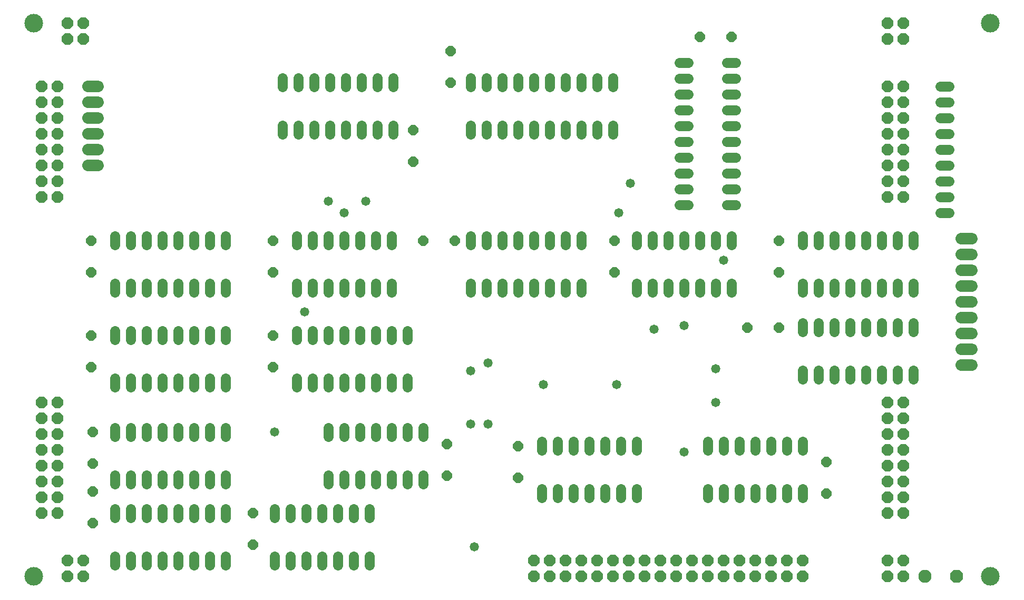
<source format=gbs>
G75*
%MOIN*%
%OFA0B0*%
%FSLAX24Y24*%
%IPPOS*%
%LPD*%
%AMOC8*
5,1,8,0,0,1.08239X$1,22.5*
%
%ADD10C,0.1180*%
%ADD11C,0.0640*%
%ADD12OC8,0.0640*%
%ADD13OC8,0.0720*%
%ADD14C,0.0720*%
%ADD15C,0.0830*%
%ADD16OC8,0.0830*%
%ADD17C,0.0580*%
D10*
X005265Y006140D03*
X005265Y041140D03*
X065765Y041140D03*
X065765Y006140D03*
D11*
X053890Y011110D02*
X053890Y011670D01*
X052890Y011670D02*
X052890Y011110D01*
X051890Y011110D02*
X051890Y011670D01*
X050890Y011670D02*
X050890Y011110D01*
X049890Y011110D02*
X049890Y011670D01*
X048890Y011670D02*
X048890Y011110D01*
X047890Y011110D02*
X047890Y011670D01*
X047890Y014110D02*
X047890Y014670D01*
X048890Y014670D02*
X048890Y014110D01*
X049890Y014110D02*
X049890Y014670D01*
X050890Y014670D02*
X050890Y014110D01*
X051890Y014110D02*
X051890Y014670D01*
X052890Y014670D02*
X052890Y014110D01*
X053890Y014110D02*
X053890Y014670D01*
X053890Y018610D02*
X053890Y019170D01*
X054890Y019170D02*
X054890Y018610D01*
X055890Y018610D02*
X055890Y019170D01*
X056890Y019170D02*
X056890Y018610D01*
X057890Y018610D02*
X057890Y019170D01*
X058890Y019170D02*
X058890Y018610D01*
X059890Y018610D02*
X059890Y019170D01*
X060890Y019170D02*
X060890Y018610D01*
X060890Y021610D02*
X060890Y022170D01*
X059890Y022170D02*
X059890Y021610D01*
X058890Y021610D02*
X058890Y022170D01*
X057890Y022170D02*
X057890Y021610D01*
X056890Y021610D02*
X056890Y022170D01*
X055890Y022170D02*
X055890Y021610D01*
X054890Y021610D02*
X054890Y022170D01*
X053890Y022170D02*
X053890Y021610D01*
X053890Y024110D02*
X053890Y024670D01*
X054890Y024670D02*
X054890Y024110D01*
X055890Y024110D02*
X055890Y024670D01*
X056890Y024670D02*
X056890Y024110D01*
X057890Y024110D02*
X057890Y024670D01*
X058890Y024670D02*
X058890Y024110D01*
X059890Y024110D02*
X059890Y024670D01*
X060890Y024670D02*
X060890Y024110D01*
X060890Y027110D02*
X060890Y027670D01*
X059890Y027670D02*
X059890Y027110D01*
X058890Y027110D02*
X058890Y027670D01*
X057890Y027670D02*
X057890Y027110D01*
X056890Y027110D02*
X056890Y027670D01*
X055890Y027670D02*
X055890Y027110D01*
X054890Y027110D02*
X054890Y027670D01*
X053890Y027670D02*
X053890Y027110D01*
X049670Y029640D02*
X049110Y029640D01*
X049110Y030640D02*
X049670Y030640D01*
X049670Y031640D02*
X049110Y031640D01*
X049110Y032640D02*
X049670Y032640D01*
X049670Y033640D02*
X049110Y033640D01*
X049110Y034640D02*
X049670Y034640D01*
X049670Y035640D02*
X049110Y035640D01*
X049110Y036640D02*
X049670Y036640D01*
X049670Y037640D02*
X049110Y037640D01*
X049110Y038640D02*
X049670Y038640D01*
X046670Y038640D02*
X046110Y038640D01*
X046110Y037640D02*
X046670Y037640D01*
X046670Y036640D02*
X046110Y036640D01*
X046110Y035640D02*
X046670Y035640D01*
X046670Y034640D02*
X046110Y034640D01*
X046110Y033640D02*
X046670Y033640D01*
X046670Y032640D02*
X046110Y032640D01*
X046110Y031640D02*
X046670Y031640D01*
X046670Y030640D02*
X046110Y030640D01*
X046110Y029640D02*
X046670Y029640D01*
X046390Y027670D02*
X046390Y027110D01*
X045390Y027110D02*
X045390Y027670D01*
X044390Y027670D02*
X044390Y027110D01*
X043390Y027110D02*
X043390Y027670D01*
X039890Y027670D02*
X039890Y027110D01*
X038890Y027110D02*
X038890Y027670D01*
X037890Y027670D02*
X037890Y027110D01*
X036890Y027110D02*
X036890Y027670D01*
X035890Y027670D02*
X035890Y027110D01*
X034890Y027110D02*
X034890Y027670D01*
X033890Y027670D02*
X033890Y027110D01*
X032890Y027110D02*
X032890Y027670D01*
X032890Y024670D02*
X032890Y024110D01*
X033890Y024110D02*
X033890Y024670D01*
X034890Y024670D02*
X034890Y024110D01*
X035890Y024110D02*
X035890Y024670D01*
X036890Y024670D02*
X036890Y024110D01*
X037890Y024110D02*
X037890Y024670D01*
X038890Y024670D02*
X038890Y024110D01*
X039890Y024110D02*
X039890Y024670D01*
X043390Y024670D02*
X043390Y024110D01*
X044390Y024110D02*
X044390Y024670D01*
X045390Y024670D02*
X045390Y024110D01*
X046390Y024110D02*
X046390Y024670D01*
X047390Y024670D02*
X047390Y024110D01*
X048390Y024110D02*
X048390Y024670D01*
X049390Y024670D02*
X049390Y024110D01*
X049390Y027110D02*
X049390Y027670D01*
X048390Y027670D02*
X048390Y027110D01*
X047390Y027110D02*
X047390Y027670D01*
X041890Y034110D02*
X041890Y034670D01*
X040890Y034670D02*
X040890Y034110D01*
X039890Y034110D02*
X039890Y034670D01*
X038890Y034670D02*
X038890Y034110D01*
X037890Y034110D02*
X037890Y034670D01*
X036890Y034670D02*
X036890Y034110D01*
X035890Y034110D02*
X035890Y034670D01*
X034890Y034670D02*
X034890Y034110D01*
X033890Y034110D02*
X033890Y034670D01*
X032890Y034670D02*
X032890Y034110D01*
X032890Y037110D02*
X032890Y037670D01*
X033890Y037670D02*
X033890Y037110D01*
X034890Y037110D02*
X034890Y037670D01*
X035890Y037670D02*
X035890Y037110D01*
X036890Y037110D02*
X036890Y037670D01*
X037890Y037670D02*
X037890Y037110D01*
X038890Y037110D02*
X038890Y037670D01*
X039890Y037670D02*
X039890Y037110D01*
X040890Y037110D02*
X040890Y037670D01*
X041890Y037670D02*
X041890Y037110D01*
X028015Y037110D02*
X028015Y037670D01*
X027015Y037670D02*
X027015Y037110D01*
X026015Y037110D02*
X026015Y037670D01*
X025015Y037670D02*
X025015Y037110D01*
X024015Y037110D02*
X024015Y037670D01*
X023015Y037670D02*
X023015Y037110D01*
X022015Y037110D02*
X022015Y037670D01*
X021015Y037670D02*
X021015Y037110D01*
X021015Y034670D02*
X021015Y034110D01*
X022015Y034110D02*
X022015Y034670D01*
X023015Y034670D02*
X023015Y034110D01*
X024015Y034110D02*
X024015Y034670D01*
X025015Y034670D02*
X025015Y034110D01*
X026015Y034110D02*
X026015Y034670D01*
X027015Y034670D02*
X027015Y034110D01*
X028015Y034110D02*
X028015Y034670D01*
X027890Y027670D02*
X027890Y027110D01*
X026890Y027110D02*
X026890Y027670D01*
X025890Y027670D02*
X025890Y027110D01*
X024890Y027110D02*
X024890Y027670D01*
X023890Y027670D02*
X023890Y027110D01*
X022890Y027110D02*
X022890Y027670D01*
X021890Y027670D02*
X021890Y027110D01*
X021890Y024670D02*
X021890Y024110D01*
X022890Y024110D02*
X022890Y024670D01*
X023890Y024670D02*
X023890Y024110D01*
X024890Y024110D02*
X024890Y024670D01*
X025890Y024670D02*
X025890Y024110D01*
X026890Y024110D02*
X026890Y024670D01*
X027890Y024670D02*
X027890Y024110D01*
X027890Y021670D02*
X027890Y021110D01*
X028890Y021110D02*
X028890Y021670D01*
X026890Y021670D02*
X026890Y021110D01*
X025890Y021110D02*
X025890Y021670D01*
X024890Y021670D02*
X024890Y021110D01*
X023890Y021110D02*
X023890Y021670D01*
X022890Y021670D02*
X022890Y021110D01*
X021890Y021110D02*
X021890Y021670D01*
X021890Y018670D02*
X021890Y018110D01*
X022890Y018110D02*
X022890Y018670D01*
X023890Y018670D02*
X023890Y018110D01*
X024890Y018110D02*
X024890Y018670D01*
X025890Y018670D02*
X025890Y018110D01*
X026890Y018110D02*
X026890Y018670D01*
X027890Y018670D02*
X027890Y018110D01*
X028890Y018110D02*
X028890Y018670D01*
X028890Y015545D02*
X028890Y014985D01*
X027890Y014985D02*
X027890Y015545D01*
X026890Y015545D02*
X026890Y014985D01*
X025890Y014985D02*
X025890Y015545D01*
X024890Y015545D02*
X024890Y014985D01*
X023890Y014985D02*
X023890Y015545D01*
X023890Y012545D02*
X023890Y011985D01*
X024890Y011985D02*
X024890Y012545D01*
X025890Y012545D02*
X025890Y011985D01*
X026890Y011985D02*
X026890Y012545D01*
X027890Y012545D02*
X027890Y011985D01*
X028890Y011985D02*
X028890Y012545D01*
X029890Y012545D02*
X029890Y011985D01*
X026515Y010420D02*
X026515Y009860D01*
X025515Y009860D02*
X025515Y010420D01*
X024515Y010420D02*
X024515Y009860D01*
X023515Y009860D02*
X023515Y010420D01*
X022515Y010420D02*
X022515Y009860D01*
X021515Y009860D02*
X021515Y010420D01*
X020515Y010420D02*
X020515Y009860D01*
X017390Y009860D02*
X017390Y010420D01*
X016390Y010420D02*
X016390Y009860D01*
X015390Y009860D02*
X015390Y010420D01*
X014390Y010420D02*
X014390Y009860D01*
X013390Y009860D02*
X013390Y010420D01*
X012390Y010420D02*
X012390Y009860D01*
X011390Y009860D02*
X011390Y010420D01*
X010390Y010420D02*
X010390Y009860D01*
X010390Y011985D02*
X010390Y012545D01*
X011390Y012545D02*
X011390Y011985D01*
X012390Y011985D02*
X012390Y012545D01*
X013390Y012545D02*
X013390Y011985D01*
X014390Y011985D02*
X014390Y012545D01*
X015390Y012545D02*
X015390Y011985D01*
X016390Y011985D02*
X016390Y012545D01*
X017390Y012545D02*
X017390Y011985D01*
X017390Y014985D02*
X017390Y015545D01*
X016390Y015545D02*
X016390Y014985D01*
X015390Y014985D02*
X015390Y015545D01*
X014390Y015545D02*
X014390Y014985D01*
X013390Y014985D02*
X013390Y015545D01*
X012390Y015545D02*
X012390Y014985D01*
X011390Y014985D02*
X011390Y015545D01*
X010390Y015545D02*
X010390Y014985D01*
X010390Y018110D02*
X010390Y018670D01*
X011390Y018670D02*
X011390Y018110D01*
X012390Y018110D02*
X012390Y018670D01*
X013390Y018670D02*
X013390Y018110D01*
X014390Y018110D02*
X014390Y018670D01*
X015390Y018670D02*
X015390Y018110D01*
X016390Y018110D02*
X016390Y018670D01*
X017390Y018670D02*
X017390Y018110D01*
X017390Y021110D02*
X017390Y021670D01*
X016390Y021670D02*
X016390Y021110D01*
X015390Y021110D02*
X015390Y021670D01*
X014390Y021670D02*
X014390Y021110D01*
X013390Y021110D02*
X013390Y021670D01*
X012390Y021670D02*
X012390Y021110D01*
X011390Y021110D02*
X011390Y021670D01*
X010390Y021670D02*
X010390Y021110D01*
X010390Y024110D02*
X010390Y024670D01*
X011390Y024670D02*
X011390Y024110D01*
X012390Y024110D02*
X012390Y024670D01*
X013390Y024670D02*
X013390Y024110D01*
X014390Y024110D02*
X014390Y024670D01*
X015390Y024670D02*
X015390Y024110D01*
X016390Y024110D02*
X016390Y024670D01*
X017390Y024670D02*
X017390Y024110D01*
X017390Y027110D02*
X017390Y027670D01*
X016390Y027670D02*
X016390Y027110D01*
X015390Y027110D02*
X015390Y027670D01*
X014390Y027670D02*
X014390Y027110D01*
X013390Y027110D02*
X013390Y027670D01*
X012390Y027670D02*
X012390Y027110D01*
X011390Y027110D02*
X011390Y027670D01*
X010390Y027670D02*
X010390Y027110D01*
X029890Y015545D02*
X029890Y014985D01*
X037390Y014670D02*
X037390Y014110D01*
X038390Y014110D02*
X038390Y014670D01*
X039390Y014670D02*
X039390Y014110D01*
X040390Y014110D02*
X040390Y014670D01*
X041390Y014670D02*
X041390Y014110D01*
X042390Y014110D02*
X042390Y014670D01*
X043390Y014670D02*
X043390Y014110D01*
X043390Y011670D02*
X043390Y011110D01*
X042390Y011110D02*
X042390Y011670D01*
X041390Y011670D02*
X041390Y011110D01*
X040390Y011110D02*
X040390Y011670D01*
X039390Y011670D02*
X039390Y011110D01*
X038390Y011110D02*
X038390Y011670D01*
X037390Y011670D02*
X037390Y011110D01*
X026515Y007420D02*
X026515Y006860D01*
X025515Y006860D02*
X025515Y007420D01*
X024515Y007420D02*
X024515Y006860D01*
X023515Y006860D02*
X023515Y007420D01*
X022515Y007420D02*
X022515Y006860D01*
X021515Y006860D02*
X021515Y007420D01*
X020515Y007420D02*
X020515Y006860D01*
X017390Y006860D02*
X017390Y007420D01*
X016390Y007420D02*
X016390Y006860D01*
X015390Y006860D02*
X015390Y007420D01*
X014390Y007420D02*
X014390Y006860D01*
X013390Y006860D02*
X013390Y007420D01*
X012390Y007420D02*
X012390Y006860D01*
X011390Y006860D02*
X011390Y007420D01*
X010390Y007420D02*
X010390Y006860D01*
X062610Y029140D02*
X063170Y029140D01*
X063170Y030140D02*
X062610Y030140D01*
X062610Y031140D02*
X063170Y031140D01*
X063170Y032140D02*
X062610Y032140D01*
X062610Y033140D02*
X063170Y033140D01*
X063170Y034140D02*
X062610Y034140D01*
X062610Y035140D02*
X063170Y035140D01*
X063170Y036140D02*
X062610Y036140D01*
X062610Y037140D02*
X063170Y037140D01*
D12*
X049390Y040265D03*
X047390Y040265D03*
X031640Y039390D03*
X031640Y037390D03*
X029265Y034390D03*
X029265Y032390D03*
X029890Y027390D03*
X031890Y027390D03*
X042015Y027390D03*
X042015Y025390D03*
X050390Y021890D03*
X052390Y021890D03*
X052390Y025390D03*
X052390Y027390D03*
X035890Y014390D03*
X035890Y012390D03*
X031390Y012515D03*
X031390Y014515D03*
X020390Y019390D03*
X020390Y021390D03*
X020390Y025390D03*
X020390Y027390D03*
X008890Y027390D03*
X008890Y025390D03*
X008890Y021390D03*
X008890Y019390D03*
X009015Y015265D03*
X009015Y013265D03*
X009015Y011515D03*
X009015Y009515D03*
X019140Y010140D03*
X019140Y008140D03*
X055390Y011390D03*
X055390Y013390D03*
D13*
X059265Y013140D03*
X060265Y013140D03*
X060265Y012140D03*
X059265Y012140D03*
X059265Y011140D03*
X060265Y011140D03*
X060265Y010140D03*
X059265Y010140D03*
X059265Y007140D03*
X060265Y007140D03*
X060265Y006140D03*
X059265Y006140D03*
X053890Y006140D03*
X053890Y007140D03*
X052890Y007140D03*
X051890Y007140D03*
X051890Y006140D03*
X052890Y006140D03*
X050890Y006140D03*
X049890Y006140D03*
X049890Y007140D03*
X050890Y007140D03*
X048890Y007140D03*
X047890Y007140D03*
X046890Y007140D03*
X046890Y006140D03*
X047890Y006140D03*
X048890Y006140D03*
X045890Y006140D03*
X044890Y006140D03*
X044890Y007140D03*
X045890Y007140D03*
X043890Y007140D03*
X042890Y007140D03*
X041890Y007140D03*
X041890Y006140D03*
X042890Y006140D03*
X043890Y006140D03*
X040890Y006140D03*
X039890Y006140D03*
X039890Y007140D03*
X040890Y007140D03*
X038890Y007140D03*
X037890Y007140D03*
X036890Y007140D03*
X036890Y006140D03*
X037890Y006140D03*
X038890Y006140D03*
X059265Y014140D03*
X060265Y014140D03*
X060265Y015140D03*
X059265Y015140D03*
X059265Y016140D03*
X060265Y016140D03*
X060265Y017140D03*
X059265Y017140D03*
X059265Y030140D03*
X060265Y030140D03*
X060265Y031140D03*
X059265Y031140D03*
X059265Y032140D03*
X060265Y032140D03*
X060265Y033140D03*
X059265Y033140D03*
X059265Y034140D03*
X060265Y034140D03*
X060265Y035140D03*
X059265Y035140D03*
X059265Y036140D03*
X060265Y036140D03*
X060265Y037140D03*
X059265Y037140D03*
X059265Y040140D03*
X060265Y040140D03*
X060265Y041140D03*
X059265Y041140D03*
X008390Y041140D03*
X007390Y041140D03*
X007390Y040140D03*
X008390Y040140D03*
X006765Y037140D03*
X005765Y037140D03*
X005765Y036140D03*
X006765Y036140D03*
X006765Y035140D03*
X005765Y035140D03*
X005765Y034140D03*
X006765Y034140D03*
X006765Y033140D03*
X005765Y033140D03*
X005765Y032140D03*
X006765Y032140D03*
X006765Y031140D03*
X005765Y031140D03*
X005765Y030140D03*
X006765Y030140D03*
X006765Y017140D03*
X005765Y017140D03*
X005765Y016140D03*
X006765Y016140D03*
X006765Y015140D03*
X005765Y015140D03*
X005765Y014140D03*
X006765Y014140D03*
X006765Y013140D03*
X005765Y013140D03*
X005765Y012140D03*
X006765Y012140D03*
X006765Y011140D03*
X005765Y011140D03*
X005765Y010140D03*
X006765Y010140D03*
X007390Y007140D03*
X008390Y007140D03*
X008390Y006140D03*
X007390Y006140D03*
D14*
X008695Y032140D02*
X009335Y032140D01*
X009335Y033140D02*
X008695Y033140D01*
X008695Y034140D02*
X009335Y034140D01*
X009335Y035140D02*
X008695Y035140D01*
X008695Y036140D02*
X009335Y036140D01*
X009335Y037140D02*
X008695Y037140D01*
X063945Y027515D02*
X064585Y027515D01*
X064585Y026515D02*
X063945Y026515D01*
X063945Y025515D02*
X064585Y025515D01*
X064585Y024515D02*
X063945Y024515D01*
X063945Y023515D02*
X064585Y023515D01*
X064585Y022515D02*
X063945Y022515D01*
X063945Y021515D02*
X064585Y021515D01*
X064585Y020515D02*
X063945Y020515D01*
X063945Y019515D02*
X064585Y019515D01*
D15*
X061640Y006140D03*
D16*
X063640Y006140D03*
D17*
X048390Y017140D03*
X048390Y019265D03*
X046390Y022015D03*
X044515Y021765D03*
X042140Y018265D03*
X037515Y018265D03*
X034015Y019640D03*
X032890Y019140D03*
X032890Y015765D03*
X034015Y015765D03*
X022390Y022890D03*
X024890Y029140D03*
X023890Y029890D03*
X026265Y029890D03*
X042265Y029140D03*
X043015Y031015D03*
X048890Y026140D03*
X046390Y014015D03*
X033140Y008015D03*
X020515Y015265D03*
M02*

</source>
